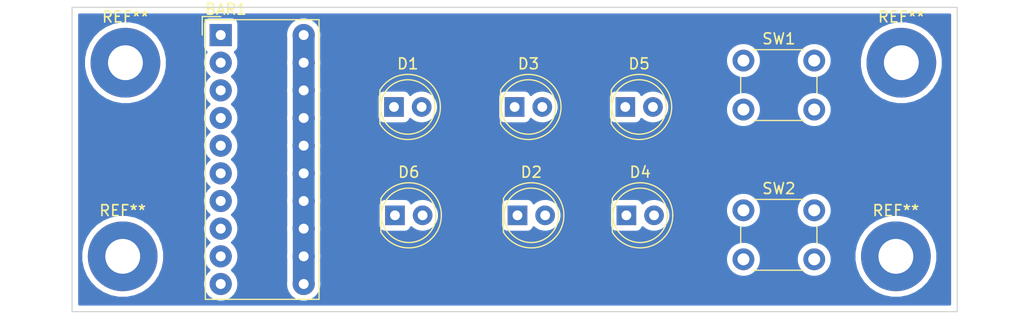
<source format=kicad_pcb>
(kicad_pcb (version 20171130) (host pcbnew "(5.1.2)-2")

  (general
    (thickness 1.6)
    (drawings 4)
    (tracks 1)
    (zones 0)
    (modules 13)
    (nets 28)
  )

  (page A4)
  (layers
    (0 F.Cu signal)
    (31 B.Cu signal)
    (32 B.Adhes user)
    (33 F.Adhes user)
    (34 B.Paste user)
    (35 F.Paste user)
    (36 B.SilkS user)
    (37 F.SilkS user)
    (38 B.Mask user)
    (39 F.Mask user)
    (40 Dwgs.User user)
    (41 Cmts.User user)
    (42 Eco1.User user)
    (43 Eco2.User user)
    (44 Edge.Cuts user)
    (45 Margin user)
    (46 B.CrtYd user)
    (47 F.CrtYd user)
    (48 B.Fab user)
    (49 F.Fab user)
  )

  (setup
    (last_trace_width 0.25)
    (trace_clearance 0.2)
    (zone_clearance 0.508)
    (zone_45_only no)
    (trace_min 0.2)
    (via_size 0.8)
    (via_drill 0.4)
    (via_min_size 0.4)
    (via_min_drill 0.3)
    (uvia_size 0.3)
    (uvia_drill 0.1)
    (uvias_allowed no)
    (uvia_min_size 0.2)
    (uvia_min_drill 0.1)
    (edge_width 0.05)
    (segment_width 0.2)
    (pcb_text_width 0.3)
    (pcb_text_size 1.5 1.5)
    (mod_edge_width 0.12)
    (mod_text_size 1 1)
    (mod_text_width 0.15)
    (pad_size 1.524 1.524)
    (pad_drill 0.762)
    (pad_to_mask_clearance 0.051)
    (solder_mask_min_width 0.25)
    (aux_axis_origin 0 0)
    (visible_elements 7FFFFFFF)
    (pcbplotparams
      (layerselection 0x010fc_ffffffff)
      (usegerberextensions false)
      (usegerberattributes false)
      (usegerberadvancedattributes false)
      (creategerberjobfile false)
      (excludeedgelayer true)
      (linewidth 0.100000)
      (plotframeref false)
      (viasonmask false)
      (mode 1)
      (useauxorigin false)
      (hpglpennumber 1)
      (hpglpenspeed 20)
      (hpglpendiameter 15.000000)
      (psnegative false)
      (psa4output false)
      (plotreference true)
      (plotvalue true)
      (plotinvisibletext false)
      (padsonsilk false)
      (subtractmaskfromsilk false)
      (outputformat 1)
      (mirror false)
      (drillshape 1)
      (scaleselection 1)
      (outputdirectory ""))
  )

  (net 0 "")
  (net 1 "Net-(BAR1-Pad9)")
  (net 2 "Net-(BAR1-Pad10)")
  (net 3 "Net-(BAR1-Pad11)")
  (net 4 "Net-(BAR1-Pad8)")
  (net 5 "Net-(BAR1-Pad7)")
  (net 6 "Net-(BAR1-Pad6)")
  (net 7 "Net-(BAR1-Pad5)")
  (net 8 "Net-(BAR1-Pad4)")
  (net 9 "Net-(BAR1-Pad3)")
  (net 10 "Net-(BAR1-Pad2)")
  (net 11 "Net-(BAR1-Pad1)")
  (net 12 "Net-(D1-Pad2)")
  (net 13 "Net-(D1-Pad1)")
  (net 14 "Net-(D2-Pad2)")
  (net 15 "Net-(D2-Pad1)")
  (net 16 "Net-(D3-Pad2)")
  (net 17 "Net-(D3-Pad1)")
  (net 18 "Net-(D4-Pad2)")
  (net 19 "Net-(D4-Pad1)")
  (net 20 "Net-(D5-Pad2)")
  (net 21 "Net-(D5-Pad1)")
  (net 22 "Net-(D6-Pad2)")
  (net 23 "Net-(D6-Pad1)")
  (net 24 "Net-(SW1-Pad1)")
  (net 25 "Net-(SW2-Pad1)")
  (net 26 "Net-(SW1-Pad2)")
  (net 27 "Net-(SW2-Pad2)")

  (net_class Default "To jest domyślna klasa połączeń."
    (clearance 0.2)
    (trace_width 0.25)
    (via_dia 0.8)
    (via_drill 0.4)
    (uvia_dia 0.3)
    (uvia_drill 0.1)
    (add_net "Net-(BAR1-Pad1)")
    (add_net "Net-(BAR1-Pad10)")
    (add_net "Net-(BAR1-Pad11)")
    (add_net "Net-(BAR1-Pad2)")
    (add_net "Net-(BAR1-Pad3)")
    (add_net "Net-(BAR1-Pad4)")
    (add_net "Net-(BAR1-Pad5)")
    (add_net "Net-(BAR1-Pad6)")
    (add_net "Net-(BAR1-Pad7)")
    (add_net "Net-(BAR1-Pad8)")
    (add_net "Net-(BAR1-Pad9)")
    (add_net "Net-(D1-Pad1)")
    (add_net "Net-(D1-Pad2)")
    (add_net "Net-(D2-Pad1)")
    (add_net "Net-(D2-Pad2)")
    (add_net "Net-(D3-Pad1)")
    (add_net "Net-(D3-Pad2)")
    (add_net "Net-(D4-Pad1)")
    (add_net "Net-(D4-Pad2)")
    (add_net "Net-(D5-Pad1)")
    (add_net "Net-(D5-Pad2)")
    (add_net "Net-(D6-Pad1)")
    (add_net "Net-(D6-Pad2)")
    (add_net "Net-(SW1-Pad1)")
    (add_net "Net-(SW1-Pad2)")
    (add_net "Net-(SW2-Pad1)")
    (add_net "Net-(SW2-Pad2)")
  )

  (module Button_Switch_THT:SW_PUSH_6mm_H8mm (layer F.Cu) (tedit 5A02FE31) (tstamp 5EABDB9C)
    (at 163.25 59.274)
    (descr "tactile push button, 6x6mm e.g. PHAP33xx series, height=8mm")
    (tags "tact sw push 6mm")
    (path /5EAC67AB)
    (fp_text reference SW2 (at 3.25 -2) (layer F.SilkS)
      (effects (font (size 1 1) (thickness 0.15)))
    )
    (fp_text value SW_Push (at 3.75 6.7) (layer F.Fab)
      (effects (font (size 1 1) (thickness 0.15)))
    )
    (fp_circle (center 3.25 2.25) (end 1.25 2.5) (layer F.Fab) (width 0.1))
    (fp_line (start 6.75 3) (end 6.75 1.5) (layer F.SilkS) (width 0.12))
    (fp_line (start 5.5 -1) (end 1 -1) (layer F.SilkS) (width 0.12))
    (fp_line (start -0.25 1.5) (end -0.25 3) (layer F.SilkS) (width 0.12))
    (fp_line (start 1 5.5) (end 5.5 5.5) (layer F.SilkS) (width 0.12))
    (fp_line (start 8 -1.25) (end 8 5.75) (layer F.CrtYd) (width 0.05))
    (fp_line (start 7.75 6) (end -1.25 6) (layer F.CrtYd) (width 0.05))
    (fp_line (start -1.5 5.75) (end -1.5 -1.25) (layer F.CrtYd) (width 0.05))
    (fp_line (start -1.25 -1.5) (end 7.75 -1.5) (layer F.CrtYd) (width 0.05))
    (fp_line (start -1.5 6) (end -1.25 6) (layer F.CrtYd) (width 0.05))
    (fp_line (start -1.5 5.75) (end -1.5 6) (layer F.CrtYd) (width 0.05))
    (fp_line (start -1.5 -1.5) (end -1.25 -1.5) (layer F.CrtYd) (width 0.05))
    (fp_line (start -1.5 -1.25) (end -1.5 -1.5) (layer F.CrtYd) (width 0.05))
    (fp_line (start 8 -1.5) (end 8 -1.25) (layer F.CrtYd) (width 0.05))
    (fp_line (start 7.75 -1.5) (end 8 -1.5) (layer F.CrtYd) (width 0.05))
    (fp_line (start 8 6) (end 8 5.75) (layer F.CrtYd) (width 0.05))
    (fp_line (start 7.75 6) (end 8 6) (layer F.CrtYd) (width 0.05))
    (fp_line (start 0.25 -0.75) (end 3.25 -0.75) (layer F.Fab) (width 0.1))
    (fp_line (start 0.25 5.25) (end 0.25 -0.75) (layer F.Fab) (width 0.1))
    (fp_line (start 6.25 5.25) (end 0.25 5.25) (layer F.Fab) (width 0.1))
    (fp_line (start 6.25 -0.75) (end 6.25 5.25) (layer F.Fab) (width 0.1))
    (fp_line (start 3.25 -0.75) (end 6.25 -0.75) (layer F.Fab) (width 0.1))
    (fp_text user %R (at 3.25 2.25) (layer F.Fab)
      (effects (font (size 1 1) (thickness 0.15)))
    )
    (pad 1 thru_hole circle (at 6.5 0 90) (size 2 2) (drill 1.1) (layers *.Cu *.Mask)
      (net 25 "Net-(SW2-Pad1)"))
    (pad 2 thru_hole circle (at 6.5 4.5 90) (size 2 2) (drill 1.1) (layers *.Cu *.Mask)
      (net 27 "Net-(SW2-Pad2)"))
    (pad 1 thru_hole circle (at 0 0 90) (size 2 2) (drill 1.1) (layers *.Cu *.Mask)
      (net 25 "Net-(SW2-Pad1)"))
    (pad 2 thru_hole circle (at 0 4.5 90) (size 2 2) (drill 1.1) (layers *.Cu *.Mask)
      (net 27 "Net-(SW2-Pad2)"))
    (model ${KISYS3DMOD}/Button_Switch_THT.3dshapes/SW_PUSH_6mm_H8mm.wrl
      (at (xyz 0 0 0))
      (scale (xyz 1 1 1))
      (rotate (xyz 0 0 0))
    )
  )

  (module Button_Switch_THT:SW_PUSH_6mm_H8mm (layer F.Cu) (tedit 5A02FE31) (tstamp 5EABDB7D)
    (at 163.25 45.524)
    (descr "tactile push button, 6x6mm e.g. PHAP33xx series, height=8mm")
    (tags "tact sw push 6mm")
    (path /5EAC5E40)
    (fp_text reference SW1 (at 3.25 -2) (layer F.SilkS)
      (effects (font (size 1 1) (thickness 0.15)))
    )
    (fp_text value SW_Push (at 3.75 6.7) (layer F.Fab)
      (effects (font (size 1 1) (thickness 0.15)))
    )
    (fp_circle (center 3.25 2.25) (end 1.25 2.5) (layer F.Fab) (width 0.1))
    (fp_line (start 6.75 3) (end 6.75 1.5) (layer F.SilkS) (width 0.12))
    (fp_line (start 5.5 -1) (end 1 -1) (layer F.SilkS) (width 0.12))
    (fp_line (start -0.25 1.5) (end -0.25 3) (layer F.SilkS) (width 0.12))
    (fp_line (start 1 5.5) (end 5.5 5.5) (layer F.SilkS) (width 0.12))
    (fp_line (start 8 -1.25) (end 8 5.75) (layer F.CrtYd) (width 0.05))
    (fp_line (start 7.75 6) (end -1.25 6) (layer F.CrtYd) (width 0.05))
    (fp_line (start -1.5 5.75) (end -1.5 -1.25) (layer F.CrtYd) (width 0.05))
    (fp_line (start -1.25 -1.5) (end 7.75 -1.5) (layer F.CrtYd) (width 0.05))
    (fp_line (start -1.5 6) (end -1.25 6) (layer F.CrtYd) (width 0.05))
    (fp_line (start -1.5 5.75) (end -1.5 6) (layer F.CrtYd) (width 0.05))
    (fp_line (start -1.5 -1.5) (end -1.25 -1.5) (layer F.CrtYd) (width 0.05))
    (fp_line (start -1.5 -1.25) (end -1.5 -1.5) (layer F.CrtYd) (width 0.05))
    (fp_line (start 8 -1.5) (end 8 -1.25) (layer F.CrtYd) (width 0.05))
    (fp_line (start 7.75 -1.5) (end 8 -1.5) (layer F.CrtYd) (width 0.05))
    (fp_line (start 8 6) (end 8 5.75) (layer F.CrtYd) (width 0.05))
    (fp_line (start 7.75 6) (end 8 6) (layer F.CrtYd) (width 0.05))
    (fp_line (start 0.25 -0.75) (end 3.25 -0.75) (layer F.Fab) (width 0.1))
    (fp_line (start 0.25 5.25) (end 0.25 -0.75) (layer F.Fab) (width 0.1))
    (fp_line (start 6.25 5.25) (end 0.25 5.25) (layer F.Fab) (width 0.1))
    (fp_line (start 6.25 -0.75) (end 6.25 5.25) (layer F.Fab) (width 0.1))
    (fp_line (start 3.25 -0.75) (end 6.25 -0.75) (layer F.Fab) (width 0.1))
    (fp_text user %R (at 3.25 2.25) (layer F.Fab)
      (effects (font (size 1 1) (thickness 0.15)))
    )
    (pad 1 thru_hole circle (at 6.5 0 90) (size 2 2) (drill 1.1) (layers *.Cu *.Mask)
      (net 24 "Net-(SW1-Pad1)"))
    (pad 2 thru_hole circle (at 6.5 4.5 90) (size 2 2) (drill 1.1) (layers *.Cu *.Mask)
      (net 26 "Net-(SW1-Pad2)"))
    (pad 1 thru_hole circle (at 0 0 90) (size 2 2) (drill 1.1) (layers *.Cu *.Mask)
      (net 24 "Net-(SW1-Pad1)"))
    (pad 2 thru_hole circle (at 0 4.5 90) (size 2 2) (drill 1.1) (layers *.Cu *.Mask)
      (net 26 "Net-(SW1-Pad2)"))
    (model ${KISYS3DMOD}/Button_Switch_THT.3dshapes/SW_PUSH_6mm_H8mm.wrl
      (at (xyz 0 0 0))
      (scale (xyz 1 1 1))
      (rotate (xyz 0 0 0))
    )
  )

  (module MountingHole:MountingHole_3.2mm_M3_Pad (layer F.Cu) (tedit 56D1B4CB) (tstamp 5EABC515)
    (at 106.25 63.5)
    (descr "Mounting Hole 3.2mm, M3")
    (tags "mounting hole 3.2mm m3")
    (attr virtual)
    (fp_text reference REF** (at 0 -4.2) (layer F.SilkS)
      (effects (font (size 1 1) (thickness 0.15)))
    )
    (fp_text value MountingHole_3.2mm_M3_Pad (at 0 4.2) (layer F.Fab)
      (effects (font (size 1 1) (thickness 0.15)))
    )
    (fp_circle (center 0 0) (end 3.45 0) (layer F.CrtYd) (width 0.05))
    (fp_circle (center 0 0) (end 3.2 0) (layer Cmts.User) (width 0.15))
    (fp_text user %R (at 0.3 0) (layer F.Fab)
      (effects (font (size 1 1) (thickness 0.15)))
    )
    (pad 1 thru_hole circle (at 0 0) (size 6.4 6.4) (drill 3.2) (layers *.Cu *.Mask))
  )

  (module MountingHole:MountingHole_3.2mm_M3_Pad (layer F.Cu) (tedit 56D1B4CB) (tstamp 5EABC4F8)
    (at 106.5 45.72)
    (descr "Mounting Hole 3.2mm, M3")
    (tags "mounting hole 3.2mm m3")
    (attr virtual)
    (fp_text reference REF** (at 0 -4.2) (layer F.SilkS)
      (effects (font (size 1 1) (thickness 0.15)))
    )
    (fp_text value MountingHole_3.2mm_M3_Pad (at 0 4.2) (layer F.Fab)
      (effects (font (size 1 1) (thickness 0.15)))
    )
    (fp_circle (center 0 0) (end 3.45 0) (layer F.CrtYd) (width 0.05))
    (fp_circle (center 0 0) (end 3.2 0) (layer Cmts.User) (width 0.15))
    (fp_text user %R (at 0.3 0) (layer F.Fab)
      (effects (font (size 1 1) (thickness 0.15)))
    )
    (pad 1 thru_hole circle (at 0 0) (size 6.4 6.4) (drill 3.2) (layers *.Cu *.Mask))
  )

  (module MountingHole:MountingHole_3.2mm_M3_Pad (layer F.Cu) (tedit 56D1B4CB) (tstamp 5EABDDD8)
    (at 177.25 63.5)
    (descr "Mounting Hole 3.2mm, M3")
    (tags "mounting hole 3.2mm m3")
    (attr virtual)
    (fp_text reference REF** (at 0 -4.2) (layer F.SilkS)
      (effects (font (size 1 1) (thickness 0.15)))
    )
    (fp_text value MountingHole_3.2mm_M3_Pad (at 0 4.2) (layer F.Fab)
      (effects (font (size 1 1) (thickness 0.15)))
    )
    (fp_circle (center 0 0) (end 3.45 0) (layer F.CrtYd) (width 0.05))
    (fp_circle (center 0 0) (end 3.2 0) (layer Cmts.User) (width 0.15))
    (fp_text user %R (at 0.3 0) (layer F.Fab)
      (effects (font (size 1 1) (thickness 0.15)))
    )
    (pad 1 thru_hole circle (at 0 0) (size 6.4 6.4) (drill 3.2) (layers *.Cu *.Mask))
  )

  (module MountingHole:MountingHole_3.2mm_M3_Pad (layer F.Cu) (tedit 56D1B4CB) (tstamp 5EABC4BE)
    (at 177.75 45.72)
    (descr "Mounting Hole 3.2mm, M3")
    (tags "mounting hole 3.2mm m3")
    (attr virtual)
    (fp_text reference REF** (at 0 -4.2) (layer F.SilkS)
      (effects (font (size 1 1) (thickness 0.15)))
    )
    (fp_text value MountingHole_3.2mm_M3_Pad (at 0 4.2) (layer F.Fab)
      (effects (font (size 1 1) (thickness 0.15)))
    )
    (fp_circle (center 0 0) (end 3.45 0) (layer F.CrtYd) (width 0.05))
    (fp_circle (center 0 0) (end 3.2 0) (layer Cmts.User) (width 0.15))
    (fp_text user %R (at 0.3 0) (layer F.Fab)
      (effects (font (size 1 1) (thickness 0.15)))
    )
    (pad 1 thru_hole circle (at 0 0) (size 6.4 6.4) (drill 3.2) (layers *.Cu *.Mask))
  )

  (module LED_THT:LED_D5.0mm (layer F.Cu) (tedit 5995936A) (tstamp 5EABBA8E)
    (at 131.25 59.734)
    (descr "LED, diameter 5.0mm, 2 pins, http://cdn-reichelt.de/documents/datenblatt/A500/LL-504BC2E-009.pdf")
    (tags "LED diameter 5.0mm 2 pins")
    (path /5EB0F4F0)
    (fp_text reference D6 (at 1.27 -3.96) (layer F.SilkS)
      (effects (font (size 1 1) (thickness 0.15)))
    )
    (fp_text value LED (at 1.27 3.96) (layer F.Fab)
      (effects (font (size 1 1) (thickness 0.15)))
    )
    (fp_text user %R (at 1.25 0) (layer F.Fab)
      (effects (font (size 0.8 0.8) (thickness 0.2)))
    )
    (fp_line (start 4.5 -3.25) (end -1.95 -3.25) (layer F.CrtYd) (width 0.05))
    (fp_line (start 4.5 3.25) (end 4.5 -3.25) (layer F.CrtYd) (width 0.05))
    (fp_line (start -1.95 3.25) (end 4.5 3.25) (layer F.CrtYd) (width 0.05))
    (fp_line (start -1.95 -3.25) (end -1.95 3.25) (layer F.CrtYd) (width 0.05))
    (fp_line (start -1.29 -1.545) (end -1.29 1.545) (layer F.SilkS) (width 0.12))
    (fp_line (start -1.23 -1.469694) (end -1.23 1.469694) (layer F.Fab) (width 0.1))
    (fp_circle (center 1.27 0) (end 3.77 0) (layer F.SilkS) (width 0.12))
    (fp_circle (center 1.27 0) (end 3.77 0) (layer F.Fab) (width 0.1))
    (fp_arc (start 1.27 0) (end -1.29 1.54483) (angle -148.9) (layer F.SilkS) (width 0.12))
    (fp_arc (start 1.27 0) (end -1.29 -1.54483) (angle 148.9) (layer F.SilkS) (width 0.12))
    (fp_arc (start 1.27 0) (end -1.23 -1.469694) (angle 299.1) (layer F.Fab) (width 0.1))
    (pad 2 thru_hole circle (at 2.54 0) (size 1.8 1.8) (drill 0.9) (layers *.Cu *.Mask)
      (net 22 "Net-(D6-Pad2)"))
    (pad 1 thru_hole rect (at 0 0) (size 1.8 1.8) (drill 0.9) (layers *.Cu *.Mask)
      (net 23 "Net-(D6-Pad1)"))
    (model ${KISYS3DMOD}/LED_THT.3dshapes/LED_D5.0mm.wrl
      (at (xyz 0 0 0))
      (scale (xyz 1 1 1))
      (rotate (xyz 0 0 0))
    )
  )

  (module LED_THT:LED_D5.0mm (layer F.Cu) (tedit 5995936A) (tstamp 5EABBA7C)
    (at 152.4 49.784)
    (descr "LED, diameter 5.0mm, 2 pins, http://cdn-reichelt.de/documents/datenblatt/A500/LL-504BC2E-009.pdf")
    (tags "LED diameter 5.0mm 2 pins")
    (path /5EB0F4E6)
    (fp_text reference D5 (at 1.27 -3.96) (layer F.SilkS)
      (effects (font (size 1 1) (thickness 0.15)))
    )
    (fp_text value LED (at 1.27 3.96) (layer F.Fab)
      (effects (font (size 1 1) (thickness 0.15)))
    )
    (fp_text user %R (at 1.25 0) (layer F.Fab)
      (effects (font (size 0.8 0.8) (thickness 0.2)))
    )
    (fp_line (start 4.5 -3.25) (end -1.95 -3.25) (layer F.CrtYd) (width 0.05))
    (fp_line (start 4.5 3.25) (end 4.5 -3.25) (layer F.CrtYd) (width 0.05))
    (fp_line (start -1.95 3.25) (end 4.5 3.25) (layer F.CrtYd) (width 0.05))
    (fp_line (start -1.95 -3.25) (end -1.95 3.25) (layer F.CrtYd) (width 0.05))
    (fp_line (start -1.29 -1.545) (end -1.29 1.545) (layer F.SilkS) (width 0.12))
    (fp_line (start -1.23 -1.469694) (end -1.23 1.469694) (layer F.Fab) (width 0.1))
    (fp_circle (center 1.27 0) (end 3.77 0) (layer F.SilkS) (width 0.12))
    (fp_circle (center 1.27 0) (end 3.77 0) (layer F.Fab) (width 0.1))
    (fp_arc (start 1.27 0) (end -1.29 1.54483) (angle -148.9) (layer F.SilkS) (width 0.12))
    (fp_arc (start 1.27 0) (end -1.29 -1.54483) (angle 148.9) (layer F.SilkS) (width 0.12))
    (fp_arc (start 1.27 0) (end -1.23 -1.469694) (angle 299.1) (layer F.Fab) (width 0.1))
    (pad 2 thru_hole circle (at 2.54 0) (size 1.8 1.8) (drill 0.9) (layers *.Cu *.Mask)
      (net 20 "Net-(D5-Pad2)"))
    (pad 1 thru_hole rect (at 0 0) (size 1.8 1.8) (drill 0.9) (layers *.Cu *.Mask)
      (net 21 "Net-(D5-Pad1)"))
    (model ${KISYS3DMOD}/LED_THT.3dshapes/LED_D5.0mm.wrl
      (at (xyz 0 0 0))
      (scale (xyz 1 1 1))
      (rotate (xyz 0 0 0))
    )
  )

  (module LED_THT:LED_D5.0mm (layer F.Cu) (tedit 5995936A) (tstamp 5EABBD40)
    (at 152.5 59.734)
    (descr "LED, diameter 5.0mm, 2 pins, http://cdn-reichelt.de/documents/datenblatt/A500/LL-504BC2E-009.pdf")
    (tags "LED diameter 5.0mm 2 pins")
    (path /5EB0F4DC)
    (fp_text reference D4 (at 1.27 -3.96) (layer F.SilkS)
      (effects (font (size 1 1) (thickness 0.15)))
    )
    (fp_text value LED (at 1.27 3.96) (layer F.Fab)
      (effects (font (size 1 1) (thickness 0.15)))
    )
    (fp_text user %R (at 1.25 0) (layer F.Fab)
      (effects (font (size 0.8 0.8) (thickness 0.2)))
    )
    (fp_line (start 4.5 -3.25) (end -1.95 -3.25) (layer F.CrtYd) (width 0.05))
    (fp_line (start 4.5 3.25) (end 4.5 -3.25) (layer F.CrtYd) (width 0.05))
    (fp_line (start -1.95 3.25) (end 4.5 3.25) (layer F.CrtYd) (width 0.05))
    (fp_line (start -1.95 -3.25) (end -1.95 3.25) (layer F.CrtYd) (width 0.05))
    (fp_line (start -1.29 -1.545) (end -1.29 1.545) (layer F.SilkS) (width 0.12))
    (fp_line (start -1.23 -1.469694) (end -1.23 1.469694) (layer F.Fab) (width 0.1))
    (fp_circle (center 1.27 0) (end 3.77 0) (layer F.SilkS) (width 0.12))
    (fp_circle (center 1.27 0) (end 3.77 0) (layer F.Fab) (width 0.1))
    (fp_arc (start 1.27 0) (end -1.29 1.54483) (angle -148.9) (layer F.SilkS) (width 0.12))
    (fp_arc (start 1.27 0) (end -1.29 -1.54483) (angle 148.9) (layer F.SilkS) (width 0.12))
    (fp_arc (start 1.27 0) (end -1.23 -1.469694) (angle 299.1) (layer F.Fab) (width 0.1))
    (pad 2 thru_hole circle (at 2.54 0) (size 1.8 1.8) (drill 0.9) (layers *.Cu *.Mask)
      (net 18 "Net-(D4-Pad2)"))
    (pad 1 thru_hole rect (at 0 0) (size 1.8 1.8) (drill 0.9) (layers *.Cu *.Mask)
      (net 19 "Net-(D4-Pad1)"))
    (model ${KISYS3DMOD}/LED_THT.3dshapes/LED_D5.0mm.wrl
      (at (xyz 0 0 0))
      (scale (xyz 1 1 1))
      (rotate (xyz 0 0 0))
    )
  )

  (module LED_THT:LED_D5.0mm (layer F.Cu) (tedit 5995936A) (tstamp 5EABBA58)
    (at 142.24 49.784)
    (descr "LED, diameter 5.0mm, 2 pins, http://cdn-reichelt.de/documents/datenblatt/A500/LL-504BC2E-009.pdf")
    (tags "LED diameter 5.0mm 2 pins")
    (path /5EB0ED53)
    (fp_text reference D3 (at 1.27 -3.96) (layer F.SilkS)
      (effects (font (size 1 1) (thickness 0.15)))
    )
    (fp_text value LED (at 1.27 3.96) (layer F.Fab)
      (effects (font (size 1 1) (thickness 0.15)))
    )
    (fp_text user %R (at 1.25 0) (layer F.Fab)
      (effects (font (size 0.8 0.8) (thickness 0.2)))
    )
    (fp_line (start 4.5 -3.25) (end -1.95 -3.25) (layer F.CrtYd) (width 0.05))
    (fp_line (start 4.5 3.25) (end 4.5 -3.25) (layer F.CrtYd) (width 0.05))
    (fp_line (start -1.95 3.25) (end 4.5 3.25) (layer F.CrtYd) (width 0.05))
    (fp_line (start -1.95 -3.25) (end -1.95 3.25) (layer F.CrtYd) (width 0.05))
    (fp_line (start -1.29 -1.545) (end -1.29 1.545) (layer F.SilkS) (width 0.12))
    (fp_line (start -1.23 -1.469694) (end -1.23 1.469694) (layer F.Fab) (width 0.1))
    (fp_circle (center 1.27 0) (end 3.77 0) (layer F.SilkS) (width 0.12))
    (fp_circle (center 1.27 0) (end 3.77 0) (layer F.Fab) (width 0.1))
    (fp_arc (start 1.27 0) (end -1.29 1.54483) (angle -148.9) (layer F.SilkS) (width 0.12))
    (fp_arc (start 1.27 0) (end -1.29 -1.54483) (angle 148.9) (layer F.SilkS) (width 0.12))
    (fp_arc (start 1.27 0) (end -1.23 -1.469694) (angle 299.1) (layer F.Fab) (width 0.1))
    (pad 2 thru_hole circle (at 2.54 0) (size 1.8 1.8) (drill 0.9) (layers *.Cu *.Mask)
      (net 16 "Net-(D3-Pad2)"))
    (pad 1 thru_hole rect (at 0 0) (size 1.8 1.8) (drill 0.9) (layers *.Cu *.Mask)
      (net 17 "Net-(D3-Pad1)"))
    (model ${KISYS3DMOD}/LED_THT.3dshapes/LED_D5.0mm.wrl
      (at (xyz 0 0 0))
      (scale (xyz 1 1 1))
      (rotate (xyz 0 0 0))
    )
  )

  (module LED_THT:LED_D5.0mm (layer F.Cu) (tedit 5995936A) (tstamp 5EABBC42)
    (at 142.5 59.734)
    (descr "LED, diameter 5.0mm, 2 pins, http://cdn-reichelt.de/documents/datenblatt/A500/LL-504BC2E-009.pdf")
    (tags "LED diameter 5.0mm 2 pins")
    (path /5EB0E466)
    (fp_text reference D2 (at 1.27 -3.96) (layer F.SilkS)
      (effects (font (size 1 1) (thickness 0.15)))
    )
    (fp_text value LED (at 1.27 3.96) (layer F.Fab)
      (effects (font (size 1 1) (thickness 0.15)))
    )
    (fp_text user %R (at 1.25 0) (layer F.Fab)
      (effects (font (size 0.8 0.8) (thickness 0.2)))
    )
    (fp_line (start 4.5 -3.25) (end -1.95 -3.25) (layer F.CrtYd) (width 0.05))
    (fp_line (start 4.5 3.25) (end 4.5 -3.25) (layer F.CrtYd) (width 0.05))
    (fp_line (start -1.95 3.25) (end 4.5 3.25) (layer F.CrtYd) (width 0.05))
    (fp_line (start -1.95 -3.25) (end -1.95 3.25) (layer F.CrtYd) (width 0.05))
    (fp_line (start -1.29 -1.545) (end -1.29 1.545) (layer F.SilkS) (width 0.12))
    (fp_line (start -1.23 -1.469694) (end -1.23 1.469694) (layer F.Fab) (width 0.1))
    (fp_circle (center 1.27 0) (end 3.77 0) (layer F.SilkS) (width 0.12))
    (fp_circle (center 1.27 0) (end 3.77 0) (layer F.Fab) (width 0.1))
    (fp_arc (start 1.27 0) (end -1.29 1.54483) (angle -148.9) (layer F.SilkS) (width 0.12))
    (fp_arc (start 1.27 0) (end -1.29 -1.54483) (angle 148.9) (layer F.SilkS) (width 0.12))
    (fp_arc (start 1.27 0) (end -1.23 -1.469694) (angle 299.1) (layer F.Fab) (width 0.1))
    (pad 2 thru_hole circle (at 2.54 0) (size 1.8 1.8) (drill 0.9) (layers *.Cu *.Mask)
      (net 14 "Net-(D2-Pad2)"))
    (pad 1 thru_hole rect (at 0 0) (size 1.8 1.8) (drill 0.9) (layers *.Cu *.Mask)
      (net 15 "Net-(D2-Pad1)"))
    (model ${KISYS3DMOD}/LED_THT.3dshapes/LED_D5.0mm.wrl
      (at (xyz 0 0 0))
      (scale (xyz 1 1 1))
      (rotate (xyz 0 0 0))
    )
  )

  (module LED_THT:LED_D5.0mm (layer F.Cu) (tedit 5995936A) (tstamp 5EABBA34)
    (at 131.16 49.784)
    (descr "LED, diameter 5.0mm, 2 pins, http://cdn-reichelt.de/documents/datenblatt/A500/LL-504BC2E-009.pdf")
    (tags "LED diameter 5.0mm 2 pins")
    (path /5EB0DBE3)
    (fp_text reference D1 (at 1.27 -3.96) (layer F.SilkS)
      (effects (font (size 1 1) (thickness 0.15)))
    )
    (fp_text value LED (at 1.27 3.96) (layer F.Fab)
      (effects (font (size 1 1) (thickness 0.15)))
    )
    (fp_text user %R (at 1.25 0) (layer F.Fab)
      (effects (font (size 0.8 0.8) (thickness 0.2)))
    )
    (fp_line (start 4.5 -3.25) (end -1.95 -3.25) (layer F.CrtYd) (width 0.05))
    (fp_line (start 4.5 3.25) (end 4.5 -3.25) (layer F.CrtYd) (width 0.05))
    (fp_line (start -1.95 3.25) (end 4.5 3.25) (layer F.CrtYd) (width 0.05))
    (fp_line (start -1.95 -3.25) (end -1.95 3.25) (layer F.CrtYd) (width 0.05))
    (fp_line (start -1.29 -1.545) (end -1.29 1.545) (layer F.SilkS) (width 0.12))
    (fp_line (start -1.23 -1.469694) (end -1.23 1.469694) (layer F.Fab) (width 0.1))
    (fp_circle (center 1.27 0) (end 3.77 0) (layer F.SilkS) (width 0.12))
    (fp_circle (center 1.27 0) (end 3.77 0) (layer F.Fab) (width 0.1))
    (fp_arc (start 1.27 0) (end -1.29 1.54483) (angle -148.9) (layer F.SilkS) (width 0.12))
    (fp_arc (start 1.27 0) (end -1.29 -1.54483) (angle 148.9) (layer F.SilkS) (width 0.12))
    (fp_arc (start 1.27 0) (end -1.23 -1.469694) (angle 299.1) (layer F.Fab) (width 0.1))
    (pad 2 thru_hole circle (at 2.54 0) (size 1.8 1.8) (drill 0.9) (layers *.Cu *.Mask)
      (net 12 "Net-(D1-Pad2)"))
    (pad 1 thru_hole rect (at 0 0) (size 1.8 1.8) (drill 0.9) (layers *.Cu *.Mask)
      (net 13 "Net-(D1-Pad1)"))
    (model ${KISYS3DMOD}/LED_THT.3dshapes/LED_D5.0mm.wrl
      (at (xyz 0 0 0))
      (scale (xyz 1 1 1))
      (rotate (xyz 0 0 0))
    )
  )

  (module Display:HDSP-4830 (layer F.Cu) (tedit 5A02FE80) (tstamp 5EABBA22)
    (at 115.25 43.18)
    (descr "10-Element Red Bar Graph Array https://docs.broadcom.com/docs/AV02-1798EN")
    (tags "10-Element Red Bar Graph Array")
    (path /5EAB7D6F)
    (fp_text reference BAR1 (at 0.47 -2.37) (layer F.SilkS)
      (effects (font (size 1 1) (thickness 0.15)))
    )
    (fp_text value HDSP-4830_2 (at 2.89 25.22) (layer F.Fab)
      (effects (font (size 1 1) (thickness 0.15)))
    )
    (fp_line (start 9.03 -1.41) (end 9.03 24.27) (layer F.SilkS) (width 0.12))
    (fp_line (start -1.41 -1.41) (end 9.03 -1.41) (layer F.SilkS) (width 0.12))
    (fp_line (start -1.41 24.27) (end -1.41 -1.41) (layer F.SilkS) (width 0.12))
    (fp_line (start 9.03 24.27) (end -1.41 24.27) (layer F.SilkS) (width 0.12))
    (fp_line (start 0 -1.27) (end 8.89 -1.27) (layer F.Fab) (width 0.1))
    (fp_text user %R (at 4 12) (layer F.Fab)
      (effects (font (size 1 1) (thickness 0.1)))
    )
    (fp_line (start -1.27 0) (end -1.27 24.13) (layer F.Fab) (width 0.1))
    (fp_line (start -1.27 24.13) (end 8.89 24.13) (layer F.Fab) (width 0.1))
    (fp_line (start 8.89 -1.27) (end 8.89 24.13) (layer F.Fab) (width 0.1))
    (fp_line (start -1.52 -1.52) (end 9.14 -1.52) (layer F.CrtYd) (width 0.05))
    (fp_line (start -1.52 -1.52) (end -1.52 24.38) (layer F.CrtYd) (width 0.05))
    (fp_line (start 9.14 24.38) (end 9.14 -1.52) (layer F.CrtYd) (width 0.05))
    (fp_line (start -1.52 24.38) (end 9.14 24.38) (layer F.CrtYd) (width 0.05))
    (fp_line (start 0 -1.27) (end -1.27 0) (layer F.Fab) (width 0.1))
    (fp_line (start -1.7 -1.7) (end -1.7 0) (layer F.SilkS) (width 0.12))
    (fp_line (start 0 -1.7) (end -1.7 -1.7) (layer F.SilkS) (width 0.12))
    (pad 20 thru_hole circle (at 7.62 0 270) (size 2.032 2.032) (drill 0.9144) (layers *.Cu *.Mask)
      (net 3 "Net-(BAR1-Pad11)"))
    (pad 19 thru_hole circle (at 7.62 2.54 270) (size 2.032 2.032) (drill 0.9144) (layers *.Cu *.Mask)
      (net 3 "Net-(BAR1-Pad11)"))
    (pad 18 thru_hole circle (at 7.62 5.08 270) (size 2.032 2.032) (drill 0.9144) (layers *.Cu *.Mask)
      (net 3 "Net-(BAR1-Pad11)"))
    (pad 17 thru_hole circle (at 7.62 7.62 270) (size 2.032 2.032) (drill 0.9144) (layers *.Cu *.Mask)
      (net 3 "Net-(BAR1-Pad11)"))
    (pad 9 thru_hole circle (at 0 20.32 270) (size 2.032 2.032) (drill 0.9144) (layers *.Cu *.Mask)
      (net 1 "Net-(BAR1-Pad9)"))
    (pad 10 thru_hole circle (at 0 22.86 270) (size 2.032 2.032) (drill 0.9144) (layers *.Cu *.Mask)
      (net 2 "Net-(BAR1-Pad10)"))
    (pad 11 thru_hole circle (at 7.62 22.86 270) (size 2.032 2.032) (drill 0.9144) (layers *.Cu *.Mask)
      (net 3 "Net-(BAR1-Pad11)"))
    (pad 12 thru_hole circle (at 7.62 20.32 270) (size 2.032 2.032) (drill 0.9144) (layers *.Cu *.Mask)
      (net 3 "Net-(BAR1-Pad11)"))
    (pad 8 thru_hole circle (at 0 17.78 270) (size 2.032 2.032) (drill 0.9144) (layers *.Cu *.Mask)
      (net 4 "Net-(BAR1-Pad8)"))
    (pad 7 thru_hole circle (at 0 15.24 270) (size 2.032 2.032) (drill 0.9144) (layers *.Cu *.Mask)
      (net 5 "Net-(BAR1-Pad7)"))
    (pad 6 thru_hole circle (at 0 12.7 270) (size 2.032 2.032) (drill 0.9144) (layers *.Cu *.Mask)
      (net 6 "Net-(BAR1-Pad6)"))
    (pad 5 thru_hole circle (at 0 10.16 270) (size 2.032 2.032) (drill 0.9144) (layers *.Cu *.Mask)
      (net 7 "Net-(BAR1-Pad5)"))
    (pad 16 thru_hole circle (at 7.62 10.16 270) (size 2.032 2.032) (drill 0.9144) (layers *.Cu *.Mask)
      (net 3 "Net-(BAR1-Pad11)"))
    (pad 15 thru_hole circle (at 7.62 12.7 270) (size 2.032 2.032) (drill 0.9144) (layers *.Cu *.Mask)
      (net 3 "Net-(BAR1-Pad11)"))
    (pad 14 thru_hole circle (at 7.62 15.24 270) (size 2.032 2.032) (drill 0.9144) (layers *.Cu *.Mask)
      (net 3 "Net-(BAR1-Pad11)"))
    (pad 13 thru_hole circle (at 7.62 17.78 270) (size 2.032 2.032) (drill 0.9144) (layers *.Cu *.Mask)
      (net 3 "Net-(BAR1-Pad11)"))
    (pad 4 thru_hole circle (at 0 7.62 270) (size 2.032 2.032) (drill 0.9144) (layers *.Cu *.Mask)
      (net 8 "Net-(BAR1-Pad4)"))
    (pad 3 thru_hole circle (at 0 5.08 270) (size 2.032 2.032) (drill 0.9144) (layers *.Cu *.Mask)
      (net 9 "Net-(BAR1-Pad3)"))
    (pad 2 thru_hole circle (at 0 2.54 270) (size 2.032 2.032) (drill 0.9144) (layers *.Cu *.Mask)
      (net 10 "Net-(BAR1-Pad2)"))
    (pad 1 thru_hole rect (at 0 0 270) (size 2.032 2.032) (drill 0.9144) (layers *.Cu *.Mask)
      (net 11 "Net-(BAR1-Pad1)"))
    (model ${KISYS3DMOD}/Display.3dshapes/HDSP-4830.wrl
      (at (xyz 0 0 0))
      (scale (xyz 1 1 1))
      (rotate (xyz 0 0 0))
    )
  )

  (gr_line (start 182.88 68.58) (end 101.6 68.58) (layer Edge.Cuts) (width 0.1))
  (gr_line (start 182.88 40.64) (end 182.88 68.58) (layer Edge.Cuts) (width 0.1))
  (gr_line (start 101.6 40.64) (end 182.88 40.64) (layer Edge.Cuts) (width 0.1))
  (gr_line (start 101.6 68.58) (end 101.6 40.64) (layer Edge.Cuts) (width 0.1))

  (segment (start 122.87 43.18) (end 122.87 66.04) (width 2) (layer B.Cu) (net 3))

  (zone (net 0) (net_name "") (layer B.Cu) (tstamp 0) (hatch edge 0.508)
    (connect_pads (clearance 0.508))
    (min_thickness 0.254)
    (fill yes (arc_segments 32) (thermal_gap 0.508) (thermal_bridge_width 0.508))
    (polygon
      (pts
        (xy 101.6 40.64) (xy 182.88 40.64) (xy 182.88 68.58) (xy 101.6 68.58)
      )
    )
    (filled_polygon
      (pts
        (xy 182.195001 67.895) (xy 102.285 67.895) (xy 102.285 63.122285) (xy 102.415 63.122285) (xy 102.415 63.877715)
        (xy 102.562377 64.618628) (xy 102.851467 65.316554) (xy 103.271161 65.94467) (xy 103.80533 66.478839) (xy 104.433446 66.898533)
        (xy 105.131372 67.187623) (xy 105.872285 67.335) (xy 106.627715 67.335) (xy 107.368628 67.187623) (xy 108.066554 66.898533)
        (xy 108.69467 66.478839) (xy 109.228839 65.94467) (xy 109.648533 65.316554) (xy 109.937623 64.618628) (xy 110.085 63.877715)
        (xy 110.085 63.122285) (xy 109.937623 62.381372) (xy 109.648533 61.683446) (xy 109.228839 61.05533) (xy 108.69467 60.521161)
        (xy 108.066554 60.101467) (xy 107.368628 59.812377) (xy 106.627715 59.665) (xy 105.872285 59.665) (xy 105.131372 59.812377)
        (xy 104.433446 60.101467) (xy 103.80533 60.521161) (xy 103.271161 61.05533) (xy 102.851467 61.683446) (xy 102.562377 62.381372)
        (xy 102.415 63.122285) (xy 102.285 63.122285) (xy 102.285 45.342285) (xy 102.665 45.342285) (xy 102.665 46.097715)
        (xy 102.812377 46.838628) (xy 103.101467 47.536554) (xy 103.521161 48.16467) (xy 104.05533 48.698839) (xy 104.683446 49.118533)
        (xy 105.381372 49.407623) (xy 106.122285 49.555) (xy 106.877715 49.555) (xy 107.618628 49.407623) (xy 108.316554 49.118533)
        (xy 108.94467 48.698839) (xy 109.478839 48.16467) (xy 109.898533 47.536554) (xy 110.187623 46.838628) (xy 110.335 46.097715)
        (xy 110.335 45.342285) (xy 110.187623 44.601372) (xy 109.898533 43.903446) (xy 109.478839 43.27533) (xy 108.94467 42.741161)
        (xy 108.316554 42.321467) (xy 107.936395 42.164) (xy 113.595928 42.164) (xy 113.595928 44.196) (xy 113.608188 44.320482)
        (xy 113.644498 44.44018) (xy 113.703463 44.550494) (xy 113.782815 44.647185) (xy 113.879506 44.726537) (xy 113.915364 44.745704)
        (xy 113.786903 44.937958) (xy 113.662447 45.238421) (xy 113.599 45.557391) (xy 113.599 45.882609) (xy 113.662447 46.201579)
        (xy 113.786903 46.502042) (xy 113.967585 46.772451) (xy 114.185134 46.99) (xy 113.967585 47.207549) (xy 113.786903 47.477958)
        (xy 113.662447 47.778421) (xy 113.599 48.097391) (xy 113.599 48.422609) (xy 113.662447 48.741579) (xy 113.786903 49.042042)
        (xy 113.967585 49.312451) (xy 114.185134 49.53) (xy 113.967585 49.747549) (xy 113.786903 50.017958) (xy 113.662447 50.318421)
        (xy 113.599 50.637391) (xy 113.599 50.962609) (xy 113.662447 51.281579) (xy 113.786903 51.582042) (xy 113.967585 51.852451)
        (xy 114.185134 52.07) (xy 113.967585 52.287549) (xy 113.786903 52.557958) (xy 113.662447 52.858421) (xy 113.599 53.177391)
        (xy 113.599 53.502609) (xy 113.662447 53.821579) (xy 113.786903 54.122042) (xy 113.967585 54.392451) (xy 114.185134 54.61)
        (xy 113.967585 54.827549) (xy 113.786903 55.097958) (xy 113.662447 55.398421) (xy 113.599 55.717391) (xy 113.599 56.042609)
        (xy 113.662447 56.361579) (xy 113.786903 56.662042) (xy 113.967585 56.932451) (xy 114.185134 57.15) (xy 113.967585 57.367549)
        (xy 113.786903 57.637958) (xy 113.662447 57.938421) (xy 113.599 58.257391) (xy 113.599 58.582609) (xy 113.662447 58.901579)
        (xy 113.786903 59.202042) (xy 113.967585 59.472451) (xy 114.185134 59.69) (xy 113.967585 59.907549) (xy 113.786903 60.177958)
        (xy 113.662447 60.478421) (xy 113.599 60.797391) (xy 113.599 61.122609) (xy 113.662447 61.441579) (xy 113.786903 61.742042)
        (xy 113.967585 62.012451) (xy 114.185134 62.23) (xy 113.967585 62.447549) (xy 113.786903 62.717958) (xy 113.662447 63.018421)
        (xy 113.599 63.337391) (xy 113.599 63.662609) (xy 113.662447 63.981579) (xy 113.786903 64.282042) (xy 113.967585 64.552451)
        (xy 114.185134 64.77) (xy 113.967585 64.987549) (xy 113.786903 65.257958) (xy 113.662447 65.558421) (xy 113.599 65.877391)
        (xy 113.599 66.202609) (xy 113.662447 66.521579) (xy 113.786903 66.822042) (xy 113.967585 67.092451) (xy 114.197549 67.322415)
        (xy 114.467958 67.503097) (xy 114.768421 67.627553) (xy 115.087391 67.691) (xy 115.412609 67.691) (xy 115.731579 67.627553)
        (xy 116.032042 67.503097) (xy 116.302451 67.322415) (xy 116.532415 67.092451) (xy 116.713097 66.822042) (xy 116.837553 66.521579)
        (xy 116.901 66.202609) (xy 116.901 65.877391) (xy 116.837553 65.558421) (xy 116.713097 65.257958) (xy 116.532415 64.987549)
        (xy 116.314866 64.77) (xy 116.532415 64.552451) (xy 116.713097 64.282042) (xy 116.837553 63.981579) (xy 116.901 63.662609)
        (xy 116.901 63.337391) (xy 116.837553 63.018421) (xy 116.713097 62.717958) (xy 116.532415 62.447549) (xy 116.314866 62.23)
        (xy 116.532415 62.012451) (xy 116.713097 61.742042) (xy 116.837553 61.441579) (xy 116.901 61.122609) (xy 116.901 60.797391)
        (xy 116.837553 60.478421) (xy 116.713097 60.177958) (xy 116.532415 59.907549) (xy 116.314866 59.69) (xy 116.532415 59.472451)
        (xy 116.713097 59.202042) (xy 116.837553 58.901579) (xy 116.901 58.582609) (xy 116.901 58.257391) (xy 116.837553 57.938421)
        (xy 116.713097 57.637958) (xy 116.532415 57.367549) (xy 116.314866 57.15) (xy 116.532415 56.932451) (xy 116.713097 56.662042)
        (xy 116.837553 56.361579) (xy 116.901 56.042609) (xy 116.901 55.717391) (xy 116.837553 55.398421) (xy 116.713097 55.097958)
        (xy 116.532415 54.827549) (xy 116.314866 54.61) (xy 116.532415 54.392451) (xy 116.713097 54.122042) (xy 116.837553 53.821579)
        (xy 116.901 53.502609) (xy 116.901 53.177391) (xy 116.837553 52.858421) (xy 116.713097 52.557958) (xy 116.532415 52.287549)
        (xy 116.314866 52.07) (xy 116.532415 51.852451) (xy 116.713097 51.582042) (xy 116.837553 51.281579) (xy 116.901 50.962609)
        (xy 116.901 50.637391) (xy 116.837553 50.318421) (xy 116.713097 50.017958) (xy 116.532415 49.747549) (xy 116.314866 49.53)
        (xy 116.532415 49.312451) (xy 116.713097 49.042042) (xy 116.837553 48.741579) (xy 116.901 48.422609) (xy 116.901 48.097391)
        (xy 116.837553 47.778421) (xy 116.713097 47.477958) (xy 116.532415 47.207549) (xy 116.314866 46.99) (xy 116.532415 46.772451)
        (xy 116.713097 46.502042) (xy 116.837553 46.201579) (xy 116.901 45.882609) (xy 116.901 45.557391) (xy 116.837553 45.238421)
        (xy 116.713097 44.937958) (xy 116.584636 44.745704) (xy 116.620494 44.726537) (xy 116.717185 44.647185) (xy 116.796537 44.550494)
        (xy 116.855502 44.44018) (xy 116.891812 44.320482) (xy 116.904072 44.196) (xy 116.904072 43.017391) (xy 121.219 43.017391)
        (xy 121.219 43.342609) (xy 121.235 43.423047) (xy 121.235 45.476953) (xy 121.219 45.557391) (xy 121.219 45.882609)
        (xy 121.235 45.963047) (xy 121.235 48.016952) (xy 121.219 48.097391) (xy 121.219 48.422609) (xy 121.235 48.503048)
        (xy 121.235 50.556952) (xy 121.219 50.637391) (xy 121.219 50.962609) (xy 121.235 51.043048) (xy 121.235 53.096951)
        (xy 121.219 53.177391) (xy 121.219 53.502609) (xy 121.235 53.583049) (xy 121.235001 55.636951) (xy 121.219 55.717391)
        (xy 121.219 56.042609) (xy 121.235001 56.123049) (xy 121.235001 58.17695) (xy 121.219 58.257391) (xy 121.219 58.582609)
        (xy 121.235001 58.66305) (xy 121.235001 60.71695) (xy 121.219 60.797391) (xy 121.219 61.122609) (xy 121.235001 61.20305)
        (xy 121.235001 63.256949) (xy 121.219 63.337391) (xy 121.219 63.662609) (xy 121.235001 63.743051) (xy 121.235001 65.796949)
        (xy 121.219 65.877391) (xy 121.219 66.202609) (xy 121.282447 66.521579) (xy 121.406903 66.822042) (xy 121.587585 67.092451)
        (xy 121.817549 67.322415) (xy 122.087958 67.503097) (xy 122.388421 67.627553) (xy 122.707391 67.691) (xy 123.032609 67.691)
        (xy 123.351579 67.627553) (xy 123.652042 67.503097) (xy 123.922451 67.322415) (xy 124.152415 67.092451) (xy 124.333097 66.822042)
        (xy 124.457553 66.521579) (xy 124.521 66.202609) (xy 124.521 65.877391) (xy 124.505 65.796953) (xy 124.505 63.743047)
        (xy 124.521 63.662609) (xy 124.521 63.612967) (xy 161.615 63.612967) (xy 161.615 63.935033) (xy 161.677832 64.250912)
        (xy 161.801082 64.548463) (xy 161.980013 64.816252) (xy 162.207748 65.043987) (xy 162.475537 65.222918) (xy 162.773088 65.346168)
        (xy 163.088967 65.409) (xy 163.411033 65.409) (xy 163.726912 65.346168) (xy 164.024463 65.222918) (xy 164.292252 65.043987)
        (xy 164.519987 64.816252) (xy 164.698918 64.548463) (xy 164.822168 64.250912) (xy 164.885 63.935033) (xy 164.885 63.612967)
        (xy 168.115 63.612967) (xy 168.115 63.935033) (xy 168.177832 64.250912) (xy 168.301082 64.548463) (xy 168.480013 64.816252)
        (xy 168.707748 65.043987) (xy 168.975537 65.222918) (xy 169.273088 65.346168) (xy 169.588967 65.409) (xy 169.911033 65.409)
        (xy 170.226912 65.346168) (xy 170.524463 65.222918) (xy 170.792252 65.043987) (xy 171.019987 64.816252) (xy 171.198918 64.548463)
        (xy 171.322168 64.250912) (xy 171.385 63.935033) (xy 171.385 63.612967) (xy 171.322168 63.297088) (xy 171.249763 63.122285)
        (xy 173.415 63.122285) (xy 173.415 63.877715) (xy 173.562377 64.618628) (xy 173.851467 65.316554) (xy 174.271161 65.94467)
        (xy 174.80533 66.478839) (xy 175.433446 66.898533) (xy 176.131372 67.187623) (xy 176.872285 67.335) (xy 177.627715 67.335)
        (xy 178.368628 67.187623) (xy 179.066554 66.898533) (xy 179.69467 66.478839) (xy 180.228839 65.94467) (xy 180.648533 65.316554)
        (xy 180.937623 64.618628) (xy 181.085 63.877715) (xy 181.085 63.122285) (xy 180.937623 62.381372) (xy 180.648533 61.683446)
        (xy 180.228839 61.05533) (xy 179.69467 60.521161) (xy 179.066554 60.101467) (xy 178.368628 59.812377) (xy 177.627715 59.665)
        (xy 176.872285 59.665) (xy 176.131372 59.812377) (xy 175.433446 60.101467) (xy 174.80533 60.521161) (xy 174.271161 61.05533)
        (xy 173.851467 61.683446) (xy 173.562377 62.381372) (xy 173.415 63.122285) (xy 171.249763 63.122285) (xy 171.198918 62.999537)
        (xy 171.019987 62.731748) (xy 170.792252 62.504013) (xy 170.524463 62.325082) (xy 170.226912 62.201832) (xy 169.911033 62.139)
        (xy 169.588967 62.139) (xy 169.273088 62.201832) (xy 168.975537 62.325082) (xy 168.707748 62.504013) (xy 168.480013 62.731748)
        (xy 168.301082 62.999537) (xy 168.177832 63.297088) (xy 168.115 63.612967) (xy 164.885 63.612967) (xy 164.822168 63.297088)
        (xy 164.698918 62.999537) (xy 164.519987 62.731748) (xy 164.292252 62.504013) (xy 164.024463 62.325082) (xy 163.726912 62.201832)
        (xy 163.411033 62.139) (xy 163.088967 62.139) (xy 162.773088 62.201832) (xy 162.475537 62.325082) (xy 162.207748 62.504013)
        (xy 161.980013 62.731748) (xy 161.801082 62.999537) (xy 161.677832 63.297088) (xy 161.615 63.612967) (xy 124.521 63.612967)
        (xy 124.521 63.337391) (xy 124.505 63.256953) (xy 124.505 61.203047) (xy 124.521 61.122609) (xy 124.521 60.797391)
        (xy 124.505 60.716953) (xy 124.505 58.834) (xy 129.711928 58.834) (xy 129.711928 60.634) (xy 129.724188 60.758482)
        (xy 129.760498 60.87818) (xy 129.819463 60.988494) (xy 129.898815 61.085185) (xy 129.995506 61.164537) (xy 130.10582 61.223502)
        (xy 130.225518 61.259812) (xy 130.35 61.272072) (xy 132.15 61.272072) (xy 132.274482 61.259812) (xy 132.39418 61.223502)
        (xy 132.504494 61.164537) (xy 132.601185 61.085185) (xy 132.680537 60.988494) (xy 132.739502 60.87818) (xy 132.745056 60.859873)
        (xy 132.811495 60.926312) (xy 133.062905 61.094299) (xy 133.342257 61.210011) (xy 133.638816 61.269) (xy 133.941184 61.269)
        (xy 134.237743 61.210011) (xy 134.517095 61.094299) (xy 134.768505 60.926312) (xy 134.982312 60.712505) (xy 135.150299 60.461095)
        (xy 135.266011 60.181743) (xy 135.325 59.885184) (xy 135.325 59.582816) (xy 135.266011 59.286257) (xy 135.150299 59.006905)
        (xy 135.034768 58.834) (xy 140.961928 58.834) (xy 140.961928 60.634) (xy 140.974188 60.758482) (xy 141.010498 60.87818)
        (xy 141.069463 60.988494) (xy 141.148815 61.085185) (xy 141.245506 61.164537) (xy 141.35582 61.223502) (xy 141.475518 61.259812)
        (xy 141.6 61.272072) (xy 143.4 61.272072) (xy 143.524482 61.259812) (xy 143.64418 61.223502) (xy 143.754494 61.164537)
        (xy 143.851185 61.085185) (xy 143.930537 60.988494) (xy 143.989502 60.87818) (xy 143.995056 60.859873) (xy 144.061495 60.926312)
        (xy 144.312905 61.094299) (xy 144.592257 61.210011) (xy 144.888816 61.269) (xy 145.191184 61.269) (xy 145.487743 61.210011)
        (xy 145.767095 61.094299) (xy 146.018505 60.926312) (xy 146.232312 60.712505) (xy 146.400299 60.461095) (xy 146.516011 60.181743)
        (xy 146.575 59.885184) (xy 146.575 59.582816) (xy 146.516011 59.286257) (xy 146.400299 59.006905) (xy 146.284768 58.834)
        (xy 150.961928 58.834) (xy 150.961928 60.634) (xy 150.974188 60.758482) (xy 151.010498 60.87818) (xy 151.069463 60.988494)
        (xy 151.148815 61.085185) (xy 151.245506 61.164537) (xy 151.35582 61.223502) (xy 151.475518 61.259812) (xy 151.6 61.272072)
        (xy 153.4 61.272072) (xy 153.524482 61.259812) (xy 153.64418 61.223502) (xy 153.754494 61.164537) (xy 153.851185 61.085185)
        (xy 153.930537 60.988494) (xy 153.989502 60.87818) (xy 153.995056 60.859873) (xy 154.061495 60.926312) (xy 154.312905 61.094299)
        (xy 154.592257 61.210011) (xy 154.888816 61.269) (xy 155.191184 61.269) (xy 155.487743 61.210011) (xy 155.767095 61.094299)
        (xy 156.018505 60.926312) (xy 156.232312 60.712505) (xy 156.400299 60.461095) (xy 156.516011 60.181743) (xy 156.575 59.885184)
        (xy 156.575 59.582816) (xy 156.516011 59.286257) (xy 156.444232 59.112967) (xy 161.615 59.112967) (xy 161.615 59.435033)
        (xy 161.677832 59.750912) (xy 161.801082 60.048463) (xy 161.980013 60.316252) (xy 162.207748 60.543987) (xy 162.475537 60.722918)
        (xy 162.773088 60.846168) (xy 163.088967 60.909) (xy 163.411033 60.909) (xy 163.726912 60.846168) (xy 164.024463 60.722918)
        (xy 164.292252 60.543987) (xy 164.519987 60.316252) (xy 164.698918 60.048463) (xy 164.822168 59.750912) (xy 164.885 59.435033)
        (xy 164.885 59.112967) (xy 168.115 59.112967) (xy 168.115 59.435033) (xy 168.177832 59.750912) (xy 168.301082 60.048463)
        (xy 168.480013 60.316252) (xy 168.707748 60.543987) (xy 168.975537 60.722918) (xy 169.273088 60.846168) (xy 169.588967 60.909)
        (xy 169.911033 60.909) (xy 170.226912 60.846168) (xy 170.524463 60.722918) (xy 170.792252 60.543987) (xy 171.019987 60.316252)
        (xy 171.198918 60.048463) (xy 171.322168 59.750912) (xy 171.385 59.435033) (xy 171.385 59.112967) (xy 171.322168 58.797088)
        (xy 171.198918 58.499537) (xy 171.019987 58.231748) (xy 170.792252 58.004013) (xy 170.524463 57.825082) (xy 170.226912 57.701832)
        (xy 169.911033 57.639) (xy 169.588967 57.639) (xy 169.273088 57.701832) (xy 168.975537 57.825082) (xy 168.707748 58.004013)
        (xy 168.480013 58.231748) (xy 168.301082 58.499537) (xy 168.177832 58.797088) (xy 168.115 59.112967) (xy 164.885 59.112967)
        (xy 164.822168 58.797088) (xy 164.698918 58.499537) (xy 164.519987 58.231748) (xy 164.292252 58.004013) (xy 164.024463 57.825082)
        (xy 163.726912 57.701832) (xy 163.411033 57.639) (xy 163.088967 57.639) (xy 162.773088 57.701832) (xy 162.475537 57.825082)
        (xy 162.207748 58.004013) (xy 161.980013 58.231748) (xy 161.801082 58.499537) (xy 161.677832 58.797088) (xy 161.615 59.112967)
        (xy 156.444232 59.112967) (xy 156.400299 59.006905) (xy 156.232312 58.755495) (xy 156.018505 58.541688) (xy 155.767095 58.373701)
        (xy 155.487743 58.257989) (xy 155.191184 58.199) (xy 154.888816 58.199) (xy 154.592257 58.257989) (xy 154.312905 58.373701)
        (xy 154.061495 58.541688) (xy 153.995056 58.608127) (xy 153.989502 58.58982) (xy 153.930537 58.479506) (xy 153.851185 58.382815)
        (xy 153.754494 58.303463) (xy 153.64418 58.244498) (xy 153.524482 58.208188) (xy 153.4 58.195928) (xy 151.6 58.195928)
        (xy 151.475518 58.208188) (xy 151.35582 58.244498) (xy 151.245506 58.303463) (xy 151.148815 58.382815) (xy 151.069463 58.479506)
        (xy 151.010498 58.58982) (xy 150.974188 58.709518) (xy 150.961928 58.834) (xy 146.284768 58.834) (xy 146.232312 58.755495)
        (xy 146.018505 58.541688) (xy 145.767095 58.373701) (xy 145.487743 58.257989) (xy 145.191184 58.199) (xy 144.888816 58.199)
        (xy 144.592257 58.257989) (xy 144.312905 58.373701) (xy 144.061495 58.541688) (xy 143.995056 58.608127) (xy 143.989502 58.58982)
        (xy 143.930537 58.479506) (xy 143.851185 58.382815) (xy 143.754494 58.303463) (xy 143.64418 58.244498) (xy 143.524482 58.208188)
        (xy 143.4 58.195928) (xy 141.6 58.195928) (xy 141.475518 58.208188) (xy 141.35582 58.244498) (xy 141.245506 58.303463)
        (xy 141.148815 58.382815) (xy 141.069463 58.479506) (xy 141.010498 58.58982) (xy 140.974188 58.709518) (xy 140.961928 58.834)
        (xy 135.034768 58.834) (xy 134.982312 58.755495) (xy 134.768505 58.541688) (xy 134.517095 58.373701) (xy 134.237743 58.257989)
        (xy 133.941184 58.199) (xy 133.638816 58.199) (xy 133.342257 58.257989) (xy 133.062905 58.373701) (xy 132.811495 58.541688)
        (xy 132.745056 58.608127) (xy 132.739502 58.58982) (xy 132.680537 58.479506) (xy 132.601185 58.382815) (xy 132.504494 58.303463)
        (xy 132.39418 58.244498) (xy 132.274482 58.208188) (xy 132.15 58.195928) (xy 130.35 58.195928) (xy 130.225518 58.208188)
        (xy 130.10582 58.244498) (xy 129.995506 58.303463) (xy 129.898815 58.382815) (xy 129.819463 58.479506) (xy 129.760498 58.58982)
        (xy 129.724188 58.709518) (xy 129.711928 58.834) (xy 124.505 58.834) (xy 124.505 58.663047) (xy 124.521 58.582609)
        (xy 124.521 58.257391) (xy 124.505 58.176953) (xy 124.505 56.123047) (xy 124.521 56.042609) (xy 124.521 55.717391)
        (xy 124.505 55.636953) (xy 124.505 53.583047) (xy 124.521 53.502609) (xy 124.521 53.177391) (xy 124.505 53.096953)
        (xy 124.505 51.043047) (xy 124.521 50.962609) (xy 124.521 50.637391) (xy 124.505 50.556953) (xy 124.505 48.884)
        (xy 129.621928 48.884) (xy 129.621928 50.684) (xy 129.634188 50.808482) (xy 129.670498 50.92818) (xy 129.729463 51.038494)
        (xy 129.808815 51.135185) (xy 129.905506 51.214537) (xy 130.01582 51.273502) (xy 130.135518 51.309812) (xy 130.26 51.322072)
        (xy 132.06 51.322072) (xy 132.184482 51.309812) (xy 132.30418 51.273502) (xy 132.414494 51.214537) (xy 132.511185 51.135185)
        (xy 132.590537 51.038494) (xy 132.649502 50.92818) (xy 132.655056 50.909873) (xy 132.721495 50.976312) (xy 132.972905 51.144299)
        (xy 133.252257 51.260011) (xy 133.548816 51.319) (xy 133.851184 51.319) (xy 134.147743 51.260011) (xy 134.427095 51.144299)
        (xy 134.678505 50.976312) (xy 134.892312 50.762505) (xy 135.060299 50.511095) (xy 135.176011 50.231743) (xy 135.235 49.935184)
        (xy 135.235 49.632816) (xy 135.176011 49.336257) (xy 135.060299 49.056905) (xy 134.944768 48.884) (xy 140.701928 48.884)
        (xy 140.701928 50.684) (xy 140.714188 50.808482) (xy 140.750498 50.92818) (xy 140.809463 51.038494) (xy 140.888815 51.135185)
        (xy 140.985506 51.214537) (xy 141.09582 51.273502) (xy 141.215518 51.309812) (xy 141.34 51.322072) (xy 143.14 51.322072)
        (xy 143.264482 51.309812) (xy 143.38418 51.273502) (xy 143.494494 51.214537) (xy 143.591185 51.135185) (xy 143.670537 51.038494)
        (xy 143.729502 50.92818) (xy 143.735056 50.909873) (xy 143.801495 50.976312) (xy 144.052905 51.144299) (xy 144.332257 51.260011)
        (xy 144.628816 51.319) (xy 144.931184 51.319) (xy 145.227743 51.260011) (xy 145.507095 51.144299) (xy 145.758505 50.976312)
        (xy 145.972312 50.762505) (xy 146.140299 50.511095) (xy 146.256011 50.231743) (xy 146.315 49.935184) (xy 146.315 49.632816)
        (xy 146.256011 49.336257) (xy 146.140299 49.056905) (xy 146.024768 48.884) (xy 150.861928 48.884) (xy 150.861928 50.684)
        (xy 150.874188 50.808482) (xy 150.910498 50.92818) (xy 150.969463 51.038494) (xy 151.048815 51.135185) (xy 151.145506 51.214537)
        (xy 151.25582 51.273502) (xy 151.375518 51.309812) (xy 151.5 51.322072) (xy 153.3 51.322072) (xy 153.424482 51.309812)
        (xy 153.54418 51.273502) (xy 153.654494 51.214537) (xy 153.751185 51.135185) (xy 153.830537 51.038494) (xy 153.889502 50.92818)
        (xy 153.895056 50.909873) (xy 153.961495 50.976312) (xy 154.212905 51.144299) (xy 154.492257 51.260011) (xy 154.788816 51.319)
        (xy 155.091184 51.319) (xy 155.387743 51.260011) (xy 155.667095 51.144299) (xy 155.918505 50.976312) (xy 156.132312 50.762505)
        (xy 156.300299 50.511095) (xy 156.416011 50.231743) (xy 156.475 49.935184) (xy 156.475 49.862967) (xy 161.615 49.862967)
        (xy 161.615 50.185033) (xy 161.677832 50.500912) (xy 161.801082 50.798463) (xy 161.980013 51.066252) (xy 162.207748 51.293987)
        (xy 162.475537 51.472918) (xy 162.773088 51.596168) (xy 163.088967 51.659) (xy 163.411033 51.659) (xy 163.726912 51.596168)
        (xy 164.024463 51.472918) (xy 164.292252 51.293987) (xy 164.519987 51.066252) (xy 164.698918 50.798463) (xy 164.822168 50.500912)
        (xy 164.885 50.185033) (xy 164.885 49.862967) (xy 168.115 49.862967) (xy 168.115 50.185033) (xy 168.177832 50.500912)
        (xy 168.301082 50.798463) (xy 168.480013 51.066252) (xy 168.707748 51.293987) (xy 168.975537 51.472918) (xy 169.273088 51.596168)
        (xy 169.588967 51.659) (xy 169.911033 51.659) (xy 170.226912 51.596168) (xy 170.524463 51.472918) (xy 170.792252 51.293987)
        (xy 171.019987 51.066252) (xy 171.198918 50.798463) (xy 171.322168 50.500912) (xy 171.385 50.185033) (xy 171.385 49.862967)
        (xy 171.322168 49.547088) (xy 171.198918 49.249537) (xy 171.019987 48.981748) (xy 170.792252 48.754013) (xy 170.524463 48.575082)
        (xy 170.226912 48.451832) (xy 169.911033 48.389) (xy 169.588967 48.389) (xy 169.273088 48.451832) (xy 168.975537 48.575082)
        (xy 168.707748 48.754013) (xy 168.480013 48.981748) (xy 168.301082 49.249537) (xy 168.177832 49.547088) (xy 168.115 49.862967)
        (xy 164.885 49.862967) (xy 164.822168 49.547088) (xy 164.698918 49.249537) (xy 164.519987 48.981748) (xy 164.292252 48.754013)
        (xy 164.024463 48.575082) (xy 163.726912 48.451832) (xy 163.411033 48.389) (xy 163.088967 48.389) (xy 162.773088 48.451832)
        (xy 162.475537 48.575082) (xy 162.207748 48.754013) (xy 161.980013 48.981748) (xy 161.801082 49.249537) (xy 161.677832 49.547088)
        (xy 161.615 49.862967) (xy 156.475 49.862967) (xy 156.475 49.632816) (xy 156.416011 49.336257) (xy 156.300299 49.056905)
        (xy 156.132312 48.805495) (xy 155.918505 48.591688) (xy 155.667095 48.423701) (xy 155.387743 48.307989) (xy 155.091184 48.249)
        (xy 154.788816 48.249) (xy 154.492257 48.307989) (xy 154.212905 48.423701) (xy 153.961495 48.591688) (xy 153.895056 48.658127)
        (xy 153.889502 48.63982) (xy 153.830537 48.529506) (xy 153.751185 48.432815) (xy 153.654494 48.353463) (xy 153.54418 48.294498)
        (xy 153.424482 48.258188) (xy 153.3 48.245928) (xy 151.5 48.245928) (xy 151.375518 48.258188) (xy 151.25582 48.294498)
        (xy 151.145506 48.353463) (xy 151.048815 48.432815) (xy 150.969463 48.529506) (xy 150.910498 48.63982) (xy 150.874188 48.759518)
        (xy 150.861928 48.884) (xy 146.024768 48.884) (xy 145.972312 48.805495) (xy 145.758505 48.591688) (xy 145.507095 48.423701)
        (xy 145.227743 48.307989) (xy 144.931184 48.249) (xy 144.628816 48.249) (xy 144.332257 48.307989) (xy 144.052905 48.423701)
        (xy 143.801495 48.591688) (xy 143.735056 48.658127) (xy 143.729502 48.63982) (xy 143.670537 48.529506) (xy 143.591185 48.432815)
        (xy 143.494494 48.353463) (xy 143.38418 48.294498) (xy 143.264482 48.258188) (xy 143.14 48.245928) (xy 141.34 48.245928)
        (xy 141.215518 48.258188) (xy 141.09582 48.294498) (xy 140.985506 48.353463) (xy 140.888815 48.432815) (xy 140.809463 48.529506)
        (xy 140.750498 48.63982) (xy 140.714188 48.759518) (xy 140.701928 48.884) (xy 134.944768 48.884) (xy 134.892312 48.805495)
        (xy 134.678505 48.591688) (xy 134.427095 48.423701) (xy 134.147743 48.307989) (xy 133.851184 48.249) (xy 133.548816 48.249)
        (xy 133.252257 48.307989) (xy 132.972905 48.423701) (xy 132.721495 48.591688) (xy 132.655056 48.658127) (xy 132.649502 48.63982)
        (xy 132.590537 48.529506) (xy 132.511185 48.432815) (xy 132.414494 48.353463) (xy 132.30418 48.294498) (xy 132.184482 48.258188)
        (xy 132.06 48.245928) (xy 130.26 48.245928) (xy 130.135518 48.258188) (xy 130.01582 48.294498) (xy 129.905506 48.353463)
        (xy 129.808815 48.432815) (xy 129.729463 48.529506) (xy 129.670498 48.63982) (xy 129.634188 48.759518) (xy 129.621928 48.884)
        (xy 124.505 48.884) (xy 124.505 48.503047) (xy 124.521 48.422609) (xy 124.521 48.097391) (xy 124.505 48.016953)
        (xy 124.505 45.963047) (xy 124.521 45.882609) (xy 124.521 45.557391) (xy 124.505 45.476953) (xy 124.505 45.362967)
        (xy 161.615 45.362967) (xy 161.615 45.685033) (xy 161.677832 46.000912) (xy 161.801082 46.298463) (xy 161.980013 46.566252)
        (xy 162.207748 46.793987) (xy 162.475537 46.972918) (xy 162.773088 47.096168) (xy 163.088967 47.159) (xy 163.411033 47.159)
        (xy 163.726912 47.096168) (xy 164.024463 46.972918) (xy 164.292252 46.793987) (xy 164.519987 46.566252) (xy 164.698918 46.298463)
        (xy 164.822168 46.000912) (xy 164.885 45.685033) (xy 164.885 45.362967) (xy 168.115 45.362967) (xy 168.115 45.685033)
        (xy 168.177832 46.000912) (xy 168.301082 46.298463) (xy 168.480013 46.566252) (xy 168.707748 46.793987) (xy 168.975537 46.972918)
        (xy 169.273088 47.096168) (xy 169.588967 47.159) (xy 169.911033 47.159) (xy 170.226912 47.096168) (xy 170.524463 46.972918)
        (xy 170.792252 46.793987) (xy 171.019987 46.566252) (xy 171.198918 46.298463) (xy 171.322168 46.000912) (xy 171.385 45.685033)
        (xy 171.385 45.362967) (xy 171.380887 45.342285) (xy 173.915 45.342285) (xy 173.915 46.097715) (xy 174.062377 46.838628)
        (xy 174.351467 47.536554) (xy 174.771161 48.16467) (xy 175.30533 48.698839) (xy 175.933446 49.118533) (xy 176.631372 49.407623)
        (xy 177.372285 49.555) (xy 178.127715 49.555) (xy 178.868628 49.407623) (xy 179.566554 49.118533) (xy 180.19467 48.698839)
        (xy 180.728839 48.16467) (xy 181.148533 47.536554) (xy 181.437623 46.838628) (xy 181.585 46.097715) (xy 181.585 45.342285)
        (xy 181.437623 44.601372) (xy 181.148533 43.903446) (xy 180.728839 43.27533) (xy 180.19467 42.741161) (xy 179.566554 42.321467)
        (xy 178.868628 42.032377) (xy 178.127715 41.885) (xy 177.372285 41.885) (xy 176.631372 42.032377) (xy 175.933446 42.321467)
        (xy 175.30533 42.741161) (xy 174.771161 43.27533) (xy 174.351467 43.903446) (xy 174.062377 44.601372) (xy 173.915 45.342285)
        (xy 171.380887 45.342285) (xy 171.322168 45.047088) (xy 171.198918 44.749537) (xy 171.019987 44.481748) (xy 170.792252 44.254013)
        (xy 170.524463 44.075082) (xy 170.226912 43.951832) (xy 169.911033 43.889) (xy 169.588967 43.889) (xy 169.273088 43.951832)
        (xy 168.975537 44.075082) (xy 168.707748 44.254013) (xy 168.480013 44.481748) (xy 168.301082 44.749537) (xy 168.177832 45.047088)
        (xy 168.115 45.362967) (xy 164.885 45.362967) (xy 164.822168 45.047088) (xy 164.698918 44.749537) (xy 164.519987 44.481748)
        (xy 164.292252 44.254013) (xy 164.024463 44.075082) (xy 163.726912 43.951832) (xy 163.411033 43.889) (xy 163.088967 43.889)
        (xy 162.773088 43.951832) (xy 162.475537 44.075082) (xy 162.207748 44.254013) (xy 161.980013 44.481748) (xy 161.801082 44.749537)
        (xy 161.677832 45.047088) (xy 161.615 45.362967) (xy 124.505 45.362967) (xy 124.505 43.423047) (xy 124.521 43.342609)
        (xy 124.521 43.017391) (xy 124.457553 42.698421) (xy 124.333097 42.397958) (xy 124.152415 42.127549) (xy 123.922451 41.897585)
        (xy 123.652042 41.716903) (xy 123.351579 41.592447) (xy 123.032609 41.529) (xy 122.707391 41.529) (xy 122.388421 41.592447)
        (xy 122.087958 41.716903) (xy 121.817549 41.897585) (xy 121.587585 42.127549) (xy 121.406903 42.397958) (xy 121.282447 42.698421)
        (xy 121.219 43.017391) (xy 116.904072 43.017391) (xy 116.904072 42.164) (xy 116.891812 42.039518) (xy 116.855502 41.91982)
        (xy 116.796537 41.809506) (xy 116.717185 41.712815) (xy 116.620494 41.633463) (xy 116.51018 41.574498) (xy 116.390482 41.538188)
        (xy 116.266 41.525928) (xy 114.234 41.525928) (xy 114.109518 41.538188) (xy 113.98982 41.574498) (xy 113.879506 41.633463)
        (xy 113.782815 41.712815) (xy 113.703463 41.809506) (xy 113.644498 41.91982) (xy 113.608188 42.039518) (xy 113.595928 42.164)
        (xy 107.936395 42.164) (xy 107.618628 42.032377) (xy 106.877715 41.885) (xy 106.122285 41.885) (xy 105.381372 42.032377)
        (xy 104.683446 42.321467) (xy 104.05533 42.741161) (xy 103.521161 43.27533) (xy 103.101467 43.903446) (xy 102.812377 44.601372)
        (xy 102.665 45.342285) (xy 102.285 45.342285) (xy 102.285 41.325) (xy 182.195 41.325)
      )
    )
  )
)

</source>
